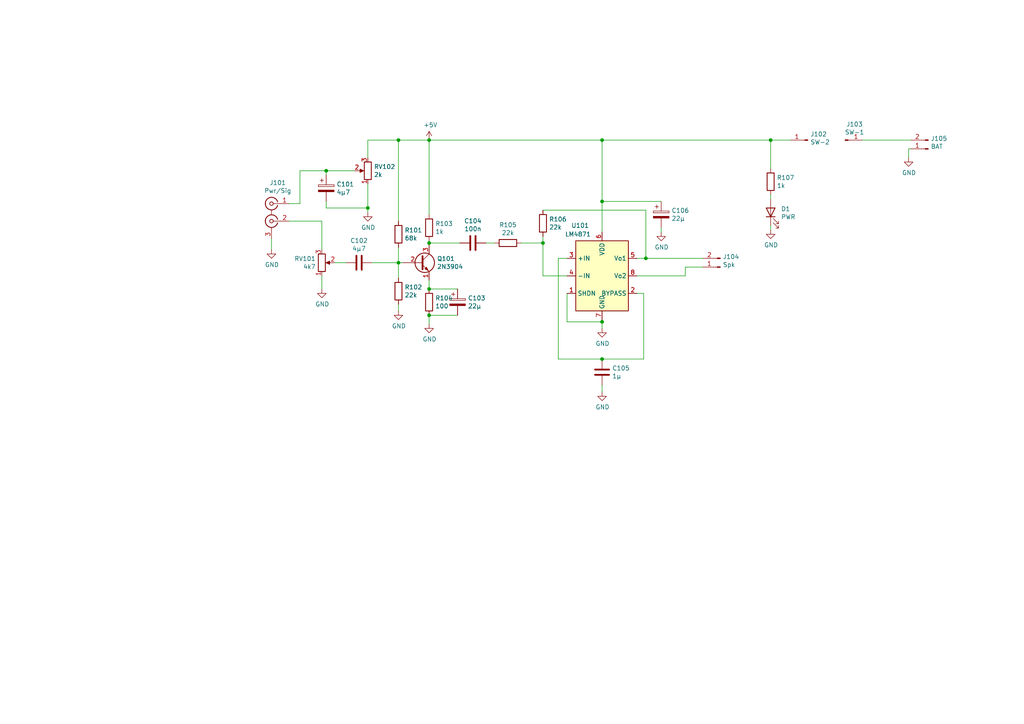
<source format=kicad_sch>
(kicad_sch (version 20230121) (generator eeschema)
  (paper "A4")
  (title_block (title "Superprobe Amplifier") (date "2024-05-20") (rev "1") (comment 1 "KiCAD by Atkelar based on original published by Mr Carlson's Lab"))
  (lib_symbols
    (symbol "Connector:Conn_Coaxial_x2" (pin_names (offset 1.016) hide)
      (property "Reference" "J" (at 0 5.715 0))
      (property "Value" "Conn_Coaxial_x2" (at 2.921 0 90))
      (symbol "Conn_Coaxial_x2_0_1"
        (arc (start -1.778 -3.048) (mid 0.2311 -4.3466) (end 1.778 -2.54) (stroke (width 0.254)))
        (arc (start -1.778 2.032) (mid 0.2311 0.7334) (end 1.778 2.54) (stroke (width 0.254)))
        (circle (center 0 -2.54) (radius 0.508) (stroke (width 0.2032)))
        (polyline (pts (xy -2.54 -2.54) (xy -0.508 -2.54)))
        (polyline (pts (xy -2.54 2.54) (xy -0.508 2.54)))
        (polyline (pts (xy 0 -5.08) (xy 0 -4.318)))
        (polyline (pts (xy 0 0.762) (xy 0 -0.635)))
        (circle (center 0 2.54) (radius 0.508) (stroke (width 0.2032)))
        (arc (start 1.778 -2.54) (mid 0.2099 -0.7299) (end -1.778 -2.032) (stroke (width 0.254)))
        (arc (start 1.778 2.54) (mid 0.2099 4.3501) (end -1.778 3.048) (stroke (width 0.254)))
      )
      (symbol "Conn_Coaxial_x2_1_1"
        (pin passive line (at -5.08 2.54 0) (length 2.54) (name "IN1") (number "1"))
        (pin passive line (at -5.08 -2.54 0) (length 2.54) (name "IN2") (number "2"))
        (pin passive line (at 0 -7.62 90) (length 2.54) (name "EXT") (number "3"))
      )
    )
    (symbol "Device:C" (pin_numbers hide) (pin_names (offset 0.254))
      (property "Reference" "C" (at 0.635 2.54 0))
      (property "Value" "C" (at 0.635 -2.54 0))
      (symbol "C_0_1"
        (polyline (pts (xy -2.032 -0.762) (xy 2.032 -0.762)) (stroke (width 0.508)))
        (polyline (pts (xy -2.032 0.762) (xy 2.032 0.762)) (stroke (width 0.508)))
      )
      (symbol "C_1_1"
        (pin passive line (at 0 3.81 270) (length 2.794) (name "~") (number "1"))
        (pin passive line (at 0 -3.81 90) (length 2.794) (name "~") (number "2"))
      )
    )
    (symbol "Device:LED" (pin_numbers hide) (pin_names (offset 1.016) hide)
      (property "Reference" "D" (at 0 2.54 0))
      (property "Value" "LED" (at 0 -2.54 0))
      (symbol "LED_0_1"
        (polyline (pts (xy -1.27 -1.27) (xy -1.27 1.27)) (stroke (width 0.254)))
        (polyline (pts (xy -1.27 0) (xy 1.27 0)))
        (polyline (pts (xy 1.27 -1.27) (xy 1.27 1.27) (xy -1.27 0) (xy 1.27 -1.27)) (stroke (width 0.254)))
        (polyline (pts (xy -3.048 -0.762) (xy -4.572 -2.286) (xy -3.81 -2.286) (xy -4.572 -2.286) (xy -4.572 -1.524)))
        (polyline (pts (xy -1.778 -0.762) (xy -3.302 -2.286) (xy -2.54 -2.286) (xy -3.302 -2.286) (xy -3.302 -1.524)))
      )
      (symbol "LED_1_1"
        (pin passive line (at -3.81 0 0) (length 2.54) (name "K") (number "1"))
        (pin passive line (at 3.81 0 180) (length 2.54) (name "A") (number "2"))
      )
    )
    (symbol "Device:R" (pin_numbers hide) (pin_names (offset 0))
      (property "Reference" "R" (at 2.032 0 90))
      (property "Value" "R" (at 0 0 90))
      (symbol "R_0_1"
        (rectangle (start -1.016 -2.54) (end 1.016 2.54) (stroke (width 0.254)))
      )
      (symbol "R_1_1"
        (pin passive line (at 0 3.81 270) (length 1.27) (name "~") (number "1"))
        (pin passive line (at 0 -3.81 90) (length 1.27) (name "~") (number "2"))
      )
    )
    (symbol "SuperProbe.Amp-rescue:CP-Device" (pin_numbers hide) (pin_names (offset 0.254))
      (property "Reference" "C" (at 0.635 2.54 0))
      (property "Value" "Device_CP" (at 0.635 -2.54 0))
      (symbol "CP-Device_0_1"
        (rectangle (start -2.286 0.508) (end 2.286 1.016))
        (polyline (pts (xy -1.778 2.286) (xy -0.762 2.286)))
        (polyline (pts (xy -1.27 2.794) (xy -1.27 1.778)))
        (rectangle (start 2.286 -0.508) (end -2.286 -1.016) (fill (type outline)))
      )
      (symbol "CP-Device_1_1"
        (pin passive line (at 0 3.81 270) (length 2.794) (name "~") (number "1"))
        (pin passive line (at 0 -3.81 90) (length 2.794) (name "~") (number "2"))
      )
    )
    (symbol "SuperProbe.Amp-rescue:Conn_01x01_Male-Connector" (pin_names (offset 1.016) hide)
      (property "Reference" "J" (at 0 2.54 0))
      (property "Value" "Connector_Conn_01x01_Male" (at 0 -2.54 0))
      (symbol "Conn_01x01_Male-Connector_1_1"
        (polyline (pts (xy 1.27 0) (xy 0.8636 0)) (stroke (width 0.1524)))
        (rectangle (start 0.8636 0.127) (end 0 -0.127) (stroke (width 0.1524)) (fill (type outline)))
        (pin passive line (at 5.08 0 180) (length 3.81) (name "Pin_1") (number "1"))
      )
    )
    (symbol "SuperProbe.Amp-rescue:Conn_01x02_Male-Connector" (pin_names (offset 1.016) hide)
      (property "Reference" "J" (at 0 2.54 0))
      (property "Value" "Connector_Conn_01x02_Male" (at 0 -5.08 0))
      (symbol "Conn_01x02_Male-Connector_1_1"
        (polyline (pts (xy 1.27 -2.54) (xy 0.8636 -2.54)) (stroke (width 0.1524)))
        (polyline (pts (xy 1.27 0) (xy 0.8636 0)) (stroke (width 0.1524)))
        (rectangle (start 0.8636 -2.413) (end 0 -2.667) (stroke (width 0.1524)) (fill (type outline)))
        (rectangle (start 0.8636 0.127) (end 0 -0.127) (stroke (width 0.1524)) (fill (type outline)))
        (pin passive line (at 5.08 0 180) (length 3.81) (name "Pin_1") (number "1"))
        (pin passive line (at 5.08 -2.54 180) (length 3.81) (name "Pin_2") (number "2"))
      )
    )
    (symbol "SuperProbe.Amp-rescue:LM4871-Atkelar_Special"
      (property "Reference" "U" (at -6.35 11.43 0))
      (property "Value" "Atkelar_Special_LM4871" (at 5.08 11.43 0))
      (symbol "LM4871-Atkelar_Special_0_1"
        (rectangle (start -7.62 10.16) (end 7.62 -10.16) (stroke (width 0.254)) (fill (type background)))
      )
      (symbol "LM4871-Atkelar_Special_1_1"
        (pin input line (at -10.16 -5.08 0) (length 2.54) (name "SHDN") (number "1"))
        (pin passive line (at 10.16 -5.08 180) (length 2.54) (name "BYPASS") (number "2"))
        (pin input line (at -10.16 5.08 0) (length 2.54) (name "+IN") (number "3"))
        (pin input line (at -10.16 0 0) (length 2.54) (name "-IN") (number "4"))
        (pin output line (at 10.16 5.08 180) (length 2.54) (name "Vo1") (number "5"))
        (pin power_in line (at 0 12.7 270) (length 2.54) (name "VDD") (number "6"))
        (pin power_in line (at 0 -12.7 90) (length 2.54) (name "GND") (number "7"))
        (pin output line (at 10.16 0 180) (length 2.54) (name "Vo2") (number "8"))
      )
    )
    (symbol "SuperProbe.Amp-rescue:R_POT-Device" (pin_names (offset 1.016) hide)
      (property "Reference" "RV" (at -4.445 0 90))
      (property "Value" "Device_R_POT" (at -2.54 0 90))
      (symbol "R_POT-Device_0_1"
        (polyline (pts (xy 2.54 0) (xy 1.524 0)))
        (polyline (pts (xy 1.143 0) (xy 2.286 0.508) (xy 2.286 -0.508) (xy 1.143 0)) (fill (type outline)))
        (rectangle (start 1.016 2.54) (end -1.016 -2.54) (stroke (width 0.254)))
      )
      (symbol "R_POT-Device_1_1"
        (pin passive line (at 0 3.81 270) (length 1.27) (name "1") (number "1"))
        (pin passive line (at 3.81 0 180) (length 1.27) (name "2") (number "2"))
        (pin passive line (at 0 -3.81 90) (length 1.27) (name "3") (number "3"))
      )
    )
    (symbol "Transistor_BJT:2N3904" (pin_names (offset 0) hide)
      (property "Reference" "Q" (at 5.08 1.905 0))
      (property "Value" "2N3904" (at 5.08 0 0))
      (symbol "2N3904_0_1"
        (polyline (pts (xy 0.635 0.635) (xy 2.54 2.54)))
        (polyline (pts (xy 0.635 -0.635) (xy 2.54 -2.54) (xy 2.54 -2.54)))
        (polyline (pts (xy 0.635 1.905) (xy 0.635 -1.905) (xy 0.635 -1.905)) (stroke (width 0.508)))
        (polyline (pts (xy 1.27 -1.778) (xy 1.778 -1.27) (xy 2.286 -2.286) (xy 1.27 -1.778) (xy 1.27 -1.778)) (fill (type outline)))
        (circle (center 1.27 0) (radius 2.8194) (stroke (width 0.254)))
      )
      (symbol "2N3904_1_1"
        (pin passive line (at 2.54 -5.08 90) (length 2.54) (name "E") (number "1"))
        (pin passive line (at -5.08 0 0) (length 5.715) (name "B") (number "2"))
        (pin passive line (at 2.54 5.08 270) (length 2.54) (name "C") (number "3"))
      )
    )
    (symbol "power:+5V" (power) (pin_names (offset 0))
      (property "Value" "+5V" (at 0 3.556 0))
      (symbol "+5V_0_1"
        (polyline (pts (xy -0.762 1.27) (xy 0 2.54)))
        (polyline (pts (xy 0 0) (xy 0 2.54)))
        (polyline (pts (xy 0 2.54) (xy 0.762 1.27)))
      )
      (symbol "+5V_1_1"
        (pin power_in line (at 0 0 90) (length 0) hide (name "+5V") (number "1"))
      )
    )
    (symbol "power:GND" (power) (pin_names (offset 0))
      (property "Value" "GND" (at 0 -3.81 0))
      (symbol "GND_0_1"
        (polyline (pts (xy 0 0) (xy 0 -1.27) (xy 1.27 -1.27) (xy 0 -2.54) (xy -1.27 -1.27) (xy 0 -1.27)))
      )
      (symbol "GND_1_1"
        (pin power_in line (at 0 0 270) (length 0) hide (name "GND") (number "1"))
      )
    )
  )
  (junction (at 115.57 76.2))
  (junction (at 124.46 91.44))
  (junction (at 223.52 40.64))
  (junction (at 106.68 60.325))
  (junction (at 115.57 40.64))
  (junction (at 174.625 40.64))
  (junction (at 124.46 70.485))
  (junction (at 174.625 58.42))
  (junction (at 124.46 40.64))
  (junction (at 94.615 49.53))
  (junction (at 157.48 70.485))
  (junction (at 187.325 74.93))
  (junction (at 174.625 104.14))
  (junction (at 124.46 83.82))
  (junction (at 174.625 93.345))
  (wire (pts (xy 132.715 83.82) (xy 124.46 83.82)))
  (wire (pts (xy 174.625 40.64) (xy 174.625 58.42)))
  (wire (pts (xy 124.46 70.485) (xy 124.46 71.12)))
  (wire (pts (xy 263.525 43.18) (xy 264.16 43.18)))
  (wire (pts (xy 263.525 45.72) (xy 263.525 43.18)))
  (wire (pts (xy 223.52 48.895) (xy 223.52 40.64)))
  (wire (pts (xy 161.925 74.93) (xy 161.925 104.14)))
  (wire (pts (xy 184.785 80.01) (xy 198.755 80.01)))
  (wire (pts (xy 157.48 80.01) (xy 164.465 80.01)))
  (wire (pts (xy 198.755 77.47) (xy 203.835 77.47)))
  (wire (pts (xy 164.465 93.345) (xy 174.625 93.345)))
  (wire (pts (xy 184.785 74.93) (xy 187.325 74.93)))
  (wire (pts (xy 186.69 104.14) (xy 186.69 85.09)))
  (wire (pts (xy 106.68 53.34) (xy 106.68 60.325)))
  (wire (pts (xy 198.755 80.01) (xy 198.755 77.47)))
  (wire (pts (xy 106.68 40.64) (xy 115.57 40.64)))
  (wire (pts (xy 191.77 58.42) (xy 174.625 58.42)))
  (wire (pts (xy 133.35 70.485) (xy 124.46 70.485)))
  (wire (pts (xy 106.68 61.595) (xy 106.68 60.325)))
  (wire (pts (xy 124.46 91.44) (xy 124.46 93.98)))
  (wire (pts (xy 106.68 45.72) (xy 106.68 40.64)))
  (wire (pts (xy 124.46 40.64) (xy 174.625 40.64)))
  (wire (pts (xy 93.345 83.82) (xy 93.345 80.01)))
  (wire (pts (xy 115.57 76.2) (xy 116.84 76.2)))
  (wire (pts (xy 124.46 81.28) (xy 124.46 83.82)))
  (wire (pts (xy 106.68 60.325) (xy 94.615 60.325)))
  (wire (pts (xy 164.465 74.93) (xy 161.925 74.93)))
  (wire (pts (xy 78.74 72.39) (xy 78.74 69.215)))
  (wire (pts (xy 264.16 40.64) (xy 250.19 40.64)))
  (wire (pts (xy 93.345 72.39) (xy 93.345 64.135)))
  (wire (pts (xy 223.52 40.64) (xy 174.625 40.64)))
  (wire (pts (xy 157.48 60.96) (xy 187.325 60.96)))
  (wire (pts (xy 86.995 49.53) (xy 86.995 59.055)))
  (wire (pts (xy 187.325 74.93) (xy 203.835 74.93)))
  (wire (pts (xy 94.615 60.325) (xy 94.615 58.42)))
  (wire (pts (xy 86.995 59.055) (xy 83.82 59.055)))
  (wire (pts (xy 107.95 76.2) (xy 115.57 76.2)))
  (wire (pts (xy 223.52 56.515) (xy 223.52 57.785)))
  (wire (pts (xy 124.46 62.23) (xy 124.46 40.64)))
  (wire (pts (xy 94.615 49.53) (xy 94.615 50.8)))
  (wire (pts (xy 115.57 40.64) (xy 115.57 64.135)))
  (wire (pts (xy 100.33 76.2) (xy 97.155 76.2)))
  (wire (pts (xy 161.925 104.14) (xy 174.625 104.14)))
  (wire (pts (xy 140.97 70.485) (xy 143.51 70.485)))
  (wire (pts (xy 157.48 70.485) (xy 157.48 80.01)))
  (wire (pts (xy 191.77 66.04) (xy 191.77 67.31)))
  (wire (pts (xy 115.57 90.17) (xy 115.57 88.265)))
  (wire (pts (xy 174.625 113.665) (xy 174.625 111.76)))
  (wire (pts (xy 102.87 49.53) (xy 94.615 49.53)))
  (wire (pts (xy 115.57 80.645) (xy 115.57 76.2)))
  (wire (pts (xy 187.325 74.93) (xy 187.325 60.96)))
  (wire (pts (xy 115.57 71.755) (xy 115.57 76.2)))
  (wire (pts (xy 186.69 85.09) (xy 184.785 85.09)))
  (wire (pts (xy 174.625 92.71) (xy 174.625 93.345)))
  (wire (pts (xy 174.625 67.31) (xy 174.625 58.42)))
  (wire (pts (xy 157.48 68.58) (xy 157.48 70.485)))
  (wire (pts (xy 164.465 85.09) (xy 164.465 93.345)))
  (wire (pts (xy 94.615 49.53) (xy 86.995 49.53)))
  (wire (pts (xy 132.715 91.44) (xy 124.46 91.44)))
  (wire (pts (xy 115.57 40.64) (xy 124.46 40.64)))
  (wire (pts (xy 174.625 93.345) (xy 174.625 95.25)))
  (wire (pts (xy 229.235 40.64) (xy 223.52 40.64)))
  (wire (pts (xy 174.625 104.14) (xy 186.69 104.14)))
  (wire (pts (xy 223.52 65.405) (xy 223.52 66.675)))
  (wire (pts (xy 93.345 64.135) (xy 83.82 64.135)))
  (wire (pts (xy 151.13 70.485) (xy 157.48 70.485)))
  (wire (pts (xy 124.46 69.85) (xy 124.46 70.485)))
  (symbol (lib_id "Connector:Conn_Coaxial_x2") (at 78.74 61.595 0) (mirror y) (unit 1)
    (property "Reference" "J101" (at 80.5688 53.0098 0))
    (property "Value" "Pwr/Sig" (at 80.5688 55.3212 0))
    (property "Footprint" "Connector_PinHeader_2.54mm:PinHeader_1x03_P2.54mm_Vertical" (effects hide))
    (property "Datasheet" " ~" (effects hide))
  )
  (symbol (lib_id "SuperProbe.Amp-rescue:R_POT-Device") (at 106.68 49.53 180) (unit 1)
    (property "Reference" "RV102" (at 108.458 48.3616 0) (effects (justify right)))
    (property "Value" "2k" (at 108.458 50.673 0) (effects (justify right)))
    (property "Footprint" "Potentiometer_THT:Potentiometer_Alps_RK163_Single_Horizontal" (effects hide))
  )
  (symbol (lib_id "SuperProbe.Amp-rescue:CP-Device") (at 94.615 54.61 0) (unit 1)
    (property "Reference" "C101" (at 97.6122 53.4416 0) (effects (justify left)))
    (property "Value" "4µ7" (at 97.6122 55.753 0) (effects (justify left)))
    (property "Footprint" "Capacitor_THT:CP_Radial_Tantal_D5.5mm_P5.00mm" (effects hide))
  )
  (symbol (lib_id "power:+5V") (at 124.46 40.64 0) (unit 1)
    (property "Reference" "#PWR0101" (effects hide))
    (property "Value" "+5V" (at 124.841 36.2458 0))
  )
  (symbol (lib_id "power:GND") (at 106.68 61.595 0) (unit 1)
    (property "Reference" "#PWR0102" (effects hide))
    (property "Value" "GND" (at 106.807 65.9892 0))
  )
  (symbol (lib_id "power:GND") (at 78.74 72.39 0) (unit 1)
    (property "Reference" "#PWR0103" (effects hide))
    (property "Value" "GND" (at 78.867 76.7842 0))
  )
  (symbol (lib_id "SuperProbe.Amp-rescue:R_POT-Device") (at 93.345 76.2 0) (mirror x) (unit 1)
    (property "Reference" "RV101" (at 91.567 75.0316 0) (effects (justify right)))
    (property "Value" "4k7" (at 91.567 77.343 0) (effects (justify right)))
    (property "Footprint" "Potentiometer_THT:Potentiometer_Alps_RK163_Single_Horizontal" (effects hide))
  )
  (symbol (lib_id "power:GND") (at 93.345 83.82 0) (unit 1)
    (property "Reference" "#PWR0104" (effects hide))
    (property "Value" "GND" (at 93.472 88.2142 0))
  )
  (symbol (lib_id "Transistor_BJT:2N3904") (at 121.92 76.2 0) (unit 1)
    (property "Reference" "Q101" (at 126.746 75.0316 0) (effects (justify left)))
    (property "Value" "2N3904" (at 126.746 77.343 0) (effects (justify left)))
    (property "Footprint" "Package_TO_SOT_THT:TO-92_Inline" (effects hide))
    (property "Datasheet" "https://www.fairchildsemi.com/datasheets/2N/2N3904.pdf" (effects hide))
  )
  (symbol (lib_id "Device:R") (at 115.57 67.945 0) (unit 1)
    (property "Reference" "R101" (at 117.348 66.7766 0) (effects (justify left)))
    (property "Value" "68k" (at 117.348 69.088 0) (effects (justify left)))
    (property "Footprint" "Resistor_THT:R_Axial_DIN0309_L9.0mm_D3.2mm_P12.70mm_Horizontal" (effects hide))
  )
  (symbol (lib_id "Device:R") (at 115.57 84.455 0) (unit 1)
    (property "Reference" "R102" (at 117.348 83.2866 0) (effects (justify left)))
    (property "Value" "22k" (at 117.348 85.598 0) (effects (justify left)))
    (property "Footprint" "Resistor_THT:R_Axial_DIN0309_L9.0mm_D3.2mm_P12.70mm_Horizontal" (effects hide))
  )
  (symbol (lib_id "Device:C") (at 104.14 76.2 270) (unit 1)
    (property "Reference" "C102" (at 104.14 69.7992 90))
    (property "Value" "4µ7" (at 104.14 72.1106 90))
    (property "Footprint" "Capacitor_THT:C_Disc_D5.0mm_W2.5mm_P5.00mm" (effects hide))
  )
  (symbol (lib_id "power:GND") (at 115.57 90.17 0) (unit 1)
    (property "Reference" "#PWR0105" (effects hide))
    (property "Value" "GND" (at 115.697 94.5642 0))
  )
  (symbol (lib_id "Device:R") (at 124.46 66.04 0) (unit 1)
    (property "Reference" "R103" (at 126.238 64.8716 0) (effects (justify left)))
    (property "Value" "1k" (at 126.238 67.183 0) (effects (justify left)))
    (property "Footprint" "Resistor_THT:R_Axial_DIN0309_L9.0mm_D3.2mm_P12.70mm_Horizontal" (effects hide))
  )
  (symbol (lib_id "Device:R") (at 124.46 87.63 0) (unit 1)
    (property "Reference" "R104" (at 126.238 86.4616 0) (effects (justify left)))
    (property "Value" "100" (at 126.238 88.773 0) (effects (justify left)))
    (property "Footprint" "Resistor_THT:R_Axial_DIN0309_L9.0mm_D3.2mm_P12.70mm_Horizontal" (effects hide))
  )
  (symbol (lib_id "SuperProbe.Amp-rescue:CP-Device") (at 132.715 87.63 0) (unit 1)
    (property "Reference" "C103" (at 135.7122 86.4616 0) (effects (justify left)))
    (property "Value" "22µ" (at 135.7122 88.773 0) (effects (justify left)))
    (property "Footprint" "Capacitor_THT:CP_Radial_Tantal_D5.5mm_P5.00mm" (effects hide))
  )
  (symbol (lib_id "power:GND") (at 124.46 93.98 0) (unit 1)
    (property "Reference" "#PWR0106" (effects hide))
    (property "Value" "GND" (at 124.587 98.3742 0))
  )
  (symbol (lib_id "Device:C") (at 137.16 70.485 270) (unit 1)
    (property "Reference" "C104" (at 137.16 64.0842 90))
    (property "Value" "100n" (at 137.16 66.3956 90))
    (property "Footprint" "Capacitor_THT:C_Disc_D5.0mm_W2.5mm_P5.00mm" (effects hide))
  )
  (symbol (lib_id "power:GND") (at 174.625 95.25 0) (unit 1)
    (property "Reference" "#PWR0107" (effects hide))
    (property "Value" "GND" (at 174.752 99.6442 0))
  )
  (symbol (lib_id "SuperProbe.Amp-rescue:CP-Device") (at 191.77 62.23 0) (unit 1)
    (property "Reference" "C106" (at 194.7672 61.0616 0) (effects (justify left)))
    (property "Value" "22µ" (at 194.7672 63.373 0) (effects (justify left)))
    (property "Footprint" "Capacitor_THT:CP_Radial_Tantal_D5.5mm_P5.00mm" (effects hide))
  )
  (symbol (lib_id "SuperProbe.Amp-rescue:LM4871-Atkelar_Special") (at 174.625 80.01 0) (unit 1)
    (property "Reference" "U101" (at 168.275 65.405 0))
    (property "Value" "LM4871" (at 167.64 67.945 0))
    (property "Footprint" "Package_SO:SOIC-8_3.9x4.9mm_P1.27mm" (effects hide))
    (property "Datasheet" "http://www.ti.com/lit/ds/symlink/lm4810.pdf" (effects hide))
  )
  (symbol (lib_id "power:GND") (at 191.77 67.31 0) (unit 1)
    (property "Reference" "#PWR0108" (effects hide))
    (property "Value" "GND" (at 191.897 71.7042 0))
  )
  (symbol (lib_id "SuperProbe.Amp-rescue:Conn_01x02_Male-Connector") (at 208.915 77.47 180) (unit 1)
    (property "Reference" "J104" (at 209.6262 74.4728 0) (effects (justify right)))
    (property "Value" "Spk" (at 209.6262 76.7842 0) (effects (justify right)))
    (property "Footprint" "Connector_PinHeader_2.54mm:PinHeader_1x02_P2.54mm_Vertical" (effects hide))
  )
  (symbol (lib_id "Device:C") (at 174.625 107.95 180) (unit 1)
    (property "Reference" "C105" (at 177.546 106.7816 0) (effects (justify right)))
    (property "Value" "1µ" (at 177.546 109.093 0) (effects (justify right)))
    (property "Footprint" "Capacitor_THT:C_Disc_D5.0mm_W2.5mm_P5.00mm" (effects hide))
  )
  (symbol (lib_id "power:GND") (at 174.625 113.665 0) (unit 1)
    (property "Reference" "#PWR0109" (effects hide))
    (property "Value" "GND" (at 174.752 118.0592 0))
  )
  (symbol (lib_id "Device:R") (at 157.48 64.77 0) (unit 1)
    (property "Reference" "R106" (at 159.258 63.6016 0) (effects (justify left)))
    (property "Value" "22k" (at 159.258 65.913 0) (effects (justify left)))
    (property "Footprint" "Resistor_THT:R_Axial_DIN0309_L9.0mm_D3.2mm_P12.70mm_Horizontal" (effects hide))
  )
  (symbol (lib_id "Device:R") (at 147.32 70.485 270) (unit 1)
    (property "Reference" "R105" (at 147.32 65.2272 90))
    (property "Value" "22k" (at 147.32 67.5386 90))
    (property "Footprint" "Resistor_THT:R_Axial_DIN0309_L9.0mm_D3.2mm_P12.70mm_Horizontal" (effects hide))
  )
  (symbol (lib_id "SuperProbe.Amp-rescue:Conn_01x02_Male-Connector") (at 269.24 43.18 180) (unit 1)
    (property "Reference" "J105" (at 269.9512 40.1828 0) (effects (justify right)))
    (property "Value" "BAT" (at 269.9512 42.4942 0) (effects (justify right)))
    (property "Footprint" "Connector_PinHeader_2.54mm:PinHeader_1x02_P2.54mm_Vertical" (effects hide))
  )
  (symbol (lib_id "power:GND") (at 263.525 45.72 0) (unit 1)
    (property "Reference" "#PWR0110" (effects hide))
    (property "Value" "GND" (at 263.652 50.1142 0))
  )
  (symbol (lib_id "SuperProbe.Amp-rescue:Conn_01x01_Male-Connector") (at 245.11 40.64 0) (unit 1)
    (property "Reference" "J103" (at 247.8532 36.0426 0))
    (property "Value" "SW-1" (at 247.8532 38.354 0))
    (property "Footprint" "TestPoint:TestPoint_THTPad_2.5x2.5mm_Drill1.2mm" (effects hide))
  )
  (symbol (lib_id "SuperProbe.Amp-rescue:Conn_01x01_Male-Connector") (at 234.315 40.64 180) (unit 1)
    (property "Reference" "J102" (at 235.0262 38.9128 0) (effects (justify right)))
    (property "Value" "SW-2" (at 235.0262 41.2242 0) (effects (justify right)))
    (property "Footprint" "TestPoint:TestPoint_THTPad_2.5x2.5mm_Drill1.2mm" (effects hide))
  )
  (symbol (lib_id "Device:R") (at 223.52 52.705 0) (unit 1)
    (property "Reference" "R107" (at 225.298 51.5366 0) (effects (justify left)))
    (property "Value" "1k" (at 225.298 53.848 0) (effects (justify left)))
    (property "Footprint" "Resistor_THT:R_Axial_DIN0309_L9.0mm_D3.2mm_P12.70mm_Horizontal" (effects hide))
  )
  (symbol (lib_id "Device:LED") (at 223.52 61.595 90) (unit 1)
    (property "Reference" "D1" (at 226.5172 60.6044 90) (effects (justify right)))
    (property "Value" "PWR" (at 226.5172 62.9158 90) (effects (justify right)))
    (property "Footprint" "LED_THT:LED_D5.0mm" (effects hide))
  )
  (symbol (lib_id "power:GND") (at 223.52 66.675 0) (unit 1)
    (property "Reference" "#PWR?" (effects hide))
    (property "Value" "GND" (at 223.647 71.0692 0))
  )
)
</source>
